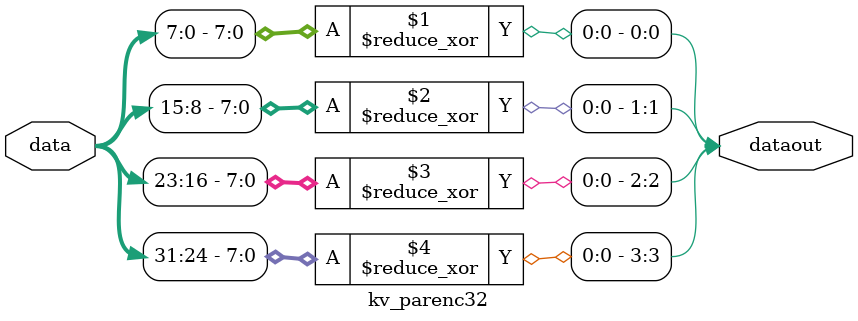
<source format=v>

module kv_parenc32 (
    data,
    dataout
);
input [31:0] data;
output [3:0] dataout;


assign dataout[0] = ^data[7:0];
assign dataout[1] = ^data[15:8];
assign dataout[2] = ^data[23:16];
assign dataout[3] = ^data[31:24];
endmodule


</source>
